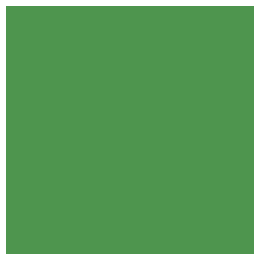
<source format=gbr>
%TF.GenerationSoftware,KiCad,Pcbnew,9.0.4*%
%TF.CreationDate,2025-09-06T18:01:58-07:00*%
%TF.ProjectId,Putting_Device,50757474-696e-4675-9f44-65766963652e,rev?*%
%TF.SameCoordinates,Original*%
%TF.FileFunction,Copper,L2,Bot*%
%TF.FilePolarity,Positive*%
%FSLAX46Y46*%
G04 Gerber Fmt 4.6, Leading zero omitted, Abs format (unit mm)*
G04 Created by KiCad (PCBNEW 9.0.4) date 2025-09-06 18:01:58*
%MOMM*%
%LPD*%
G01*
G04 APERTURE LIST*
G04 APERTURE END LIST*
%TA.AperFunction,Conductor*%
%TO.N,GND*%
G36*
X146442539Y-55520185D02*
G01*
X146488294Y-55572989D01*
X146499500Y-55624500D01*
X146499500Y-76375500D01*
X146479815Y-76442539D01*
X146427011Y-76488294D01*
X146375500Y-76499500D01*
X125624500Y-76499500D01*
X125557461Y-76479815D01*
X125511706Y-76427011D01*
X125500500Y-76375500D01*
X125500500Y-55624500D01*
X125520185Y-55557461D01*
X125572989Y-55511706D01*
X125624500Y-55500500D01*
X146375500Y-55500500D01*
X146442539Y-55520185D01*
G37*
%TD.AperFunction*%
%TD*%
M02*

</source>
